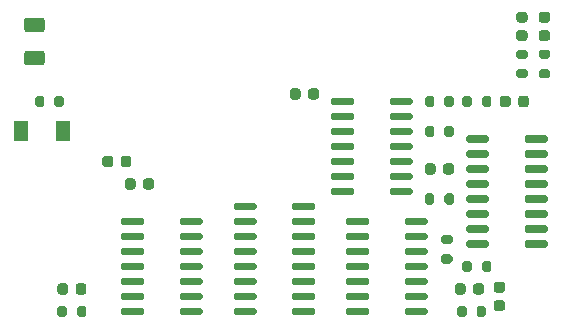
<source format=gtp>
G04 #@! TF.GenerationSoftware,KiCad,Pcbnew,(5.1.10-1-10_14)*
G04 #@! TF.CreationDate,2021-07-23T08:17:42-07:00*
G04 #@! TF.ProjectId,qiroll PAS digital logic,7169726f-6c6c-4205-9041-532064696769,rev?*
G04 #@! TF.SameCoordinates,Original*
G04 #@! TF.FileFunction,Paste,Top*
G04 #@! TF.FilePolarity,Positive*
%FSLAX46Y46*%
G04 Gerber Fmt 4.6, Leading zero omitted, Abs format (unit mm)*
G04 Created by KiCad (PCBNEW (5.1.10-1-10_14)) date 2021-07-23 08:17:42*
%MOMM*%
%LPD*%
G01*
G04 APERTURE LIST*
%ADD10R,1.300000X1.700000*%
G04 APERTURE END LIST*
G04 #@! TO.C,R11*
G36*
G01*
X153650000Y-125370000D02*
X153650000Y-124820000D01*
G75*
G02*
X153850000Y-124620000I200000J0D01*
G01*
X154250000Y-124620000D01*
G75*
G02*
X154450000Y-124820000I0J-200000D01*
G01*
X154450000Y-125370000D01*
G75*
G02*
X154250000Y-125570000I-200000J0D01*
G01*
X153850000Y-125570000D01*
G75*
G02*
X153650000Y-125370000I0J200000D01*
G01*
G37*
G36*
G01*
X152000000Y-125370000D02*
X152000000Y-124820000D01*
G75*
G02*
X152200000Y-124620000I200000J0D01*
G01*
X152600000Y-124620000D01*
G75*
G02*
X152800000Y-124820000I0J-200000D01*
G01*
X152800000Y-125370000D01*
G75*
G02*
X152600000Y-125570000I-200000J0D01*
G01*
X152200000Y-125570000D01*
G75*
G02*
X152000000Y-125370000I0J200000D01*
G01*
G37*
G04 #@! TD*
G04 #@! TO.C,R10*
G36*
G01*
X150070000Y-109580000D02*
X150070000Y-110130000D01*
G75*
G02*
X149870000Y-110330000I-200000J0D01*
G01*
X149470000Y-110330000D01*
G75*
G02*
X149270000Y-110130000I0J200000D01*
G01*
X149270000Y-109580000D01*
G75*
G02*
X149470000Y-109380000I200000J0D01*
G01*
X149870000Y-109380000D01*
G75*
G02*
X150070000Y-109580000I0J-200000D01*
G01*
G37*
G36*
G01*
X151720000Y-109580000D02*
X151720000Y-110130000D01*
G75*
G02*
X151520000Y-110330000I-200000J0D01*
G01*
X151120000Y-110330000D01*
G75*
G02*
X150920000Y-110130000I0J200000D01*
G01*
X150920000Y-109580000D01*
G75*
G02*
X151120000Y-109380000I200000J0D01*
G01*
X151520000Y-109380000D01*
G75*
G02*
X151720000Y-109580000I0J-200000D01*
G01*
G37*
G04 #@! TD*
G04 #@! TO.C,R9*
G36*
G01*
X154095000Y-107590000D02*
X154095000Y-107040000D01*
G75*
G02*
X154295000Y-106840000I200000J0D01*
G01*
X154695000Y-106840000D01*
G75*
G02*
X154895000Y-107040000I0J-200000D01*
G01*
X154895000Y-107590000D01*
G75*
G02*
X154695000Y-107790000I-200000J0D01*
G01*
X154295000Y-107790000D01*
G75*
G02*
X154095000Y-107590000I0J200000D01*
G01*
G37*
G36*
G01*
X152445000Y-107590000D02*
X152445000Y-107040000D01*
G75*
G02*
X152645000Y-106840000I200000J0D01*
G01*
X153045000Y-106840000D01*
G75*
G02*
X153245000Y-107040000I0J-200000D01*
G01*
X153245000Y-107590000D01*
G75*
G02*
X153045000Y-107790000I-200000J0D01*
G01*
X152645000Y-107790000D01*
G75*
G02*
X152445000Y-107590000I0J200000D01*
G01*
G37*
G04 #@! TD*
G04 #@! TO.C,R8*
G36*
G01*
X159660000Y-103715000D02*
X159110000Y-103715000D01*
G75*
G02*
X158910000Y-103515000I0J200000D01*
G01*
X158910000Y-103115000D01*
G75*
G02*
X159110000Y-102915000I200000J0D01*
G01*
X159660000Y-102915000D01*
G75*
G02*
X159860000Y-103115000I0J-200000D01*
G01*
X159860000Y-103515000D01*
G75*
G02*
X159660000Y-103715000I-200000J0D01*
G01*
G37*
G36*
G01*
X159660000Y-105365000D02*
X159110000Y-105365000D01*
G75*
G02*
X158910000Y-105165000I0J200000D01*
G01*
X158910000Y-104765000D01*
G75*
G02*
X159110000Y-104565000I200000J0D01*
G01*
X159660000Y-104565000D01*
G75*
G02*
X159860000Y-104765000I0J-200000D01*
G01*
X159860000Y-105165000D01*
G75*
G02*
X159660000Y-105365000I-200000J0D01*
G01*
G37*
G04 #@! TD*
G04 #@! TO.C,R6*
G36*
G01*
X154095000Y-121560000D02*
X154095000Y-121010000D01*
G75*
G02*
X154295000Y-120810000I200000J0D01*
G01*
X154695000Y-120810000D01*
G75*
G02*
X154895000Y-121010000I0J-200000D01*
G01*
X154895000Y-121560000D01*
G75*
G02*
X154695000Y-121760000I-200000J0D01*
G01*
X154295000Y-121760000D01*
G75*
G02*
X154095000Y-121560000I0J200000D01*
G01*
G37*
G36*
G01*
X152445000Y-121560000D02*
X152445000Y-121010000D01*
G75*
G02*
X152645000Y-120810000I200000J0D01*
G01*
X153045000Y-120810000D01*
G75*
G02*
X153245000Y-121010000I0J-200000D01*
G01*
X153245000Y-121560000D01*
G75*
G02*
X153045000Y-121760000I-200000J0D01*
G01*
X152645000Y-121760000D01*
G75*
G02*
X152445000Y-121560000I0J200000D01*
G01*
G37*
G04 #@! TD*
G04 #@! TO.C,R5*
G36*
G01*
X150070000Y-107040000D02*
X150070000Y-107590000D01*
G75*
G02*
X149870000Y-107790000I-200000J0D01*
G01*
X149470000Y-107790000D01*
G75*
G02*
X149270000Y-107590000I0J200000D01*
G01*
X149270000Y-107040000D01*
G75*
G02*
X149470000Y-106840000I200000J0D01*
G01*
X149870000Y-106840000D01*
G75*
G02*
X150070000Y-107040000I0J-200000D01*
G01*
G37*
G36*
G01*
X151720000Y-107040000D02*
X151720000Y-107590000D01*
G75*
G02*
X151520000Y-107790000I-200000J0D01*
G01*
X151120000Y-107790000D01*
G75*
G02*
X150920000Y-107590000I0J200000D01*
G01*
X150920000Y-107040000D01*
G75*
G02*
X151120000Y-106840000I200000J0D01*
G01*
X151520000Y-106840000D01*
G75*
G02*
X151720000Y-107040000I0J-200000D01*
G01*
G37*
G04 #@! TD*
G04 #@! TO.C,R4*
G36*
G01*
X150855000Y-120250000D02*
X151405000Y-120250000D01*
G75*
G02*
X151605000Y-120450000I0J-200000D01*
G01*
X151605000Y-120850000D01*
G75*
G02*
X151405000Y-121050000I-200000J0D01*
G01*
X150855000Y-121050000D01*
G75*
G02*
X150655000Y-120850000I0J200000D01*
G01*
X150655000Y-120450000D01*
G75*
G02*
X150855000Y-120250000I200000J0D01*
G01*
G37*
G36*
G01*
X150855000Y-118600000D02*
X151405000Y-118600000D01*
G75*
G02*
X151605000Y-118800000I0J-200000D01*
G01*
X151605000Y-119200000D01*
G75*
G02*
X151405000Y-119400000I-200000J0D01*
G01*
X150855000Y-119400000D01*
G75*
G02*
X150655000Y-119200000I0J200000D01*
G01*
X150655000Y-118800000D01*
G75*
G02*
X150855000Y-118600000I200000J0D01*
G01*
G37*
G04 #@! TD*
G04 #@! TO.C,R3*
G36*
G01*
X150070000Y-115295000D02*
X150070000Y-115845000D01*
G75*
G02*
X149870000Y-116045000I-200000J0D01*
G01*
X149470000Y-116045000D01*
G75*
G02*
X149270000Y-115845000I0J200000D01*
G01*
X149270000Y-115295000D01*
G75*
G02*
X149470000Y-115095000I200000J0D01*
G01*
X149870000Y-115095000D01*
G75*
G02*
X150070000Y-115295000I0J-200000D01*
G01*
G37*
G36*
G01*
X151720000Y-115295000D02*
X151720000Y-115845000D01*
G75*
G02*
X151520000Y-116045000I-200000J0D01*
G01*
X151120000Y-116045000D01*
G75*
G02*
X150920000Y-115845000I0J200000D01*
G01*
X150920000Y-115295000D01*
G75*
G02*
X151120000Y-115095000I200000J0D01*
G01*
X151520000Y-115095000D01*
G75*
G02*
X151720000Y-115295000I0J-200000D01*
G01*
G37*
G04 #@! TD*
G04 #@! TO.C,R2*
G36*
G01*
X157755000Y-103715000D02*
X157205000Y-103715000D01*
G75*
G02*
X157005000Y-103515000I0J200000D01*
G01*
X157005000Y-103115000D01*
G75*
G02*
X157205000Y-102915000I200000J0D01*
G01*
X157755000Y-102915000D01*
G75*
G02*
X157955000Y-103115000I0J-200000D01*
G01*
X157955000Y-103515000D01*
G75*
G02*
X157755000Y-103715000I-200000J0D01*
G01*
G37*
G36*
G01*
X157755000Y-105365000D02*
X157205000Y-105365000D01*
G75*
G02*
X157005000Y-105165000I0J200000D01*
G01*
X157005000Y-104765000D01*
G75*
G02*
X157205000Y-104565000I200000J0D01*
G01*
X157755000Y-104565000D01*
G75*
G02*
X157955000Y-104765000I0J-200000D01*
G01*
X157955000Y-105165000D01*
G75*
G02*
X157755000Y-105365000I-200000J0D01*
G01*
G37*
G04 #@! TD*
G04 #@! TO.C,R1*
G36*
G01*
X119805000Y-125370000D02*
X119805000Y-124820000D01*
G75*
G02*
X120005000Y-124620000I200000J0D01*
G01*
X120405000Y-124620000D01*
G75*
G02*
X120605000Y-124820000I0J-200000D01*
G01*
X120605000Y-125370000D01*
G75*
G02*
X120405000Y-125570000I-200000J0D01*
G01*
X120005000Y-125570000D01*
G75*
G02*
X119805000Y-125370000I0J200000D01*
G01*
G37*
G36*
G01*
X118155000Y-125370000D02*
X118155000Y-124820000D01*
G75*
G02*
X118355000Y-124620000I200000J0D01*
G01*
X118755000Y-124620000D01*
G75*
G02*
X118955000Y-124820000I0J-200000D01*
G01*
X118955000Y-125370000D01*
G75*
G02*
X118755000Y-125570000I-200000J0D01*
G01*
X118355000Y-125570000D01*
G75*
G02*
X118155000Y-125370000I0J200000D01*
G01*
G37*
G04 #@! TD*
G04 #@! TO.C,C9*
G36*
G01*
X157170000Y-107565000D02*
X157170000Y-107065000D01*
G75*
G02*
X157395000Y-106840000I225000J0D01*
G01*
X157845000Y-106840000D01*
G75*
G02*
X158070000Y-107065000I0J-225000D01*
G01*
X158070000Y-107565000D01*
G75*
G02*
X157845000Y-107790000I-225000J0D01*
G01*
X157395000Y-107790000D01*
G75*
G02*
X157170000Y-107565000I0J225000D01*
G01*
G37*
G36*
G01*
X155620000Y-107565000D02*
X155620000Y-107065000D01*
G75*
G02*
X155845000Y-106840000I225000J0D01*
G01*
X156295000Y-106840000D01*
G75*
G02*
X156520000Y-107065000I0J-225000D01*
G01*
X156520000Y-107565000D01*
G75*
G02*
X156295000Y-107790000I-225000J0D01*
G01*
X155845000Y-107790000D01*
G75*
G02*
X155620000Y-107565000I0J225000D01*
G01*
G37*
G04 #@! TD*
G04 #@! TO.C,C8*
G36*
G01*
X155325000Y-124150000D02*
X155825000Y-124150000D01*
G75*
G02*
X156050000Y-124375000I0J-225000D01*
G01*
X156050000Y-124825000D01*
G75*
G02*
X155825000Y-125050000I-225000J0D01*
G01*
X155325000Y-125050000D01*
G75*
G02*
X155100000Y-124825000I0J225000D01*
G01*
X155100000Y-124375000D01*
G75*
G02*
X155325000Y-124150000I225000J0D01*
G01*
G37*
G36*
G01*
X155325000Y-122600000D02*
X155825000Y-122600000D01*
G75*
G02*
X156050000Y-122825000I0J-225000D01*
G01*
X156050000Y-123275000D01*
G75*
G02*
X155825000Y-123500000I-225000J0D01*
G01*
X155325000Y-123500000D01*
G75*
G02*
X155100000Y-123275000I0J225000D01*
G01*
X155100000Y-122825000D01*
G75*
G02*
X155325000Y-122600000I225000J0D01*
G01*
G37*
G04 #@! TD*
G04 #@! TO.C,C6*
G36*
G01*
X159635000Y-100640000D02*
X159135000Y-100640000D01*
G75*
G02*
X158910000Y-100415000I0J225000D01*
G01*
X158910000Y-99965000D01*
G75*
G02*
X159135000Y-99740000I225000J0D01*
G01*
X159635000Y-99740000D01*
G75*
G02*
X159860000Y-99965000I0J-225000D01*
G01*
X159860000Y-100415000D01*
G75*
G02*
X159635000Y-100640000I-225000J0D01*
G01*
G37*
G36*
G01*
X159635000Y-102190000D02*
X159135000Y-102190000D01*
G75*
G02*
X158910000Y-101965000I0J225000D01*
G01*
X158910000Y-101515000D01*
G75*
G02*
X159135000Y-101290000I225000J0D01*
G01*
X159635000Y-101290000D01*
G75*
G02*
X159860000Y-101515000I0J-225000D01*
G01*
X159860000Y-101965000D01*
G75*
G02*
X159635000Y-102190000I-225000J0D01*
G01*
G37*
G04 #@! TD*
G04 #@! TO.C,C5*
G36*
G01*
X157730000Y-100640000D02*
X157230000Y-100640000D01*
G75*
G02*
X157005000Y-100415000I0J225000D01*
G01*
X157005000Y-99965000D01*
G75*
G02*
X157230000Y-99740000I225000J0D01*
G01*
X157730000Y-99740000D01*
G75*
G02*
X157955000Y-99965000I0J-225000D01*
G01*
X157955000Y-100415000D01*
G75*
G02*
X157730000Y-100640000I-225000J0D01*
G01*
G37*
G36*
G01*
X157730000Y-102190000D02*
X157230000Y-102190000D01*
G75*
G02*
X157005000Y-101965000I0J225000D01*
G01*
X157005000Y-101515000D01*
G75*
G02*
X157230000Y-101290000I225000J0D01*
G01*
X157730000Y-101290000D01*
G75*
G02*
X157955000Y-101515000I0J-225000D01*
G01*
X157955000Y-101965000D01*
G75*
G02*
X157730000Y-102190000I-225000J0D01*
G01*
G37*
G04 #@! TD*
G04 #@! TO.C,C4*
G36*
G01*
X152710000Y-122940000D02*
X152710000Y-123440000D01*
G75*
G02*
X152485000Y-123665000I-225000J0D01*
G01*
X152035000Y-123665000D01*
G75*
G02*
X151810000Y-123440000I0J225000D01*
G01*
X151810000Y-122940000D01*
G75*
G02*
X152035000Y-122715000I225000J0D01*
G01*
X152485000Y-122715000D01*
G75*
G02*
X152710000Y-122940000I0J-225000D01*
G01*
G37*
G36*
G01*
X154260000Y-122940000D02*
X154260000Y-123440000D01*
G75*
G02*
X154035000Y-123665000I-225000J0D01*
G01*
X153585000Y-123665000D01*
G75*
G02*
X153360000Y-123440000I0J225000D01*
G01*
X153360000Y-122940000D01*
G75*
G02*
X153585000Y-122715000I225000J0D01*
G01*
X154035000Y-122715000D01*
G75*
G02*
X154260000Y-122940000I0J-225000D01*
G01*
G37*
G04 #@! TD*
G04 #@! TO.C,C3*
G36*
G01*
X139390000Y-106930000D02*
X139390000Y-106430000D01*
G75*
G02*
X139615000Y-106205000I225000J0D01*
G01*
X140065000Y-106205000D01*
G75*
G02*
X140290000Y-106430000I0J-225000D01*
G01*
X140290000Y-106930000D01*
G75*
G02*
X140065000Y-107155000I-225000J0D01*
G01*
X139615000Y-107155000D01*
G75*
G02*
X139390000Y-106930000I0J225000D01*
G01*
G37*
G36*
G01*
X137840000Y-106930000D02*
X137840000Y-106430000D01*
G75*
G02*
X138065000Y-106205000I225000J0D01*
G01*
X138515000Y-106205000D01*
G75*
G02*
X138740000Y-106430000I0J-225000D01*
G01*
X138740000Y-106930000D01*
G75*
G02*
X138515000Y-107155000I-225000J0D01*
G01*
X138065000Y-107155000D01*
G75*
G02*
X137840000Y-106930000I0J225000D01*
G01*
G37*
G04 #@! TD*
G04 #@! TO.C,C2*
G36*
G01*
X150170000Y-112780000D02*
X150170000Y-113280000D01*
G75*
G02*
X149945000Y-113505000I-225000J0D01*
G01*
X149495000Y-113505000D01*
G75*
G02*
X149270000Y-113280000I0J225000D01*
G01*
X149270000Y-112780000D01*
G75*
G02*
X149495000Y-112555000I225000J0D01*
G01*
X149945000Y-112555000D01*
G75*
G02*
X150170000Y-112780000I0J-225000D01*
G01*
G37*
G36*
G01*
X151720000Y-112780000D02*
X151720000Y-113280000D01*
G75*
G02*
X151495000Y-113505000I-225000J0D01*
G01*
X151045000Y-113505000D01*
G75*
G02*
X150820000Y-113280000I0J225000D01*
G01*
X150820000Y-112780000D01*
G75*
G02*
X151045000Y-112555000I225000J0D01*
G01*
X151495000Y-112555000D01*
G75*
G02*
X151720000Y-112780000I0J-225000D01*
G01*
G37*
G04 #@! TD*
G04 #@! TO.C,C1*
G36*
G01*
X119055000Y-122940000D02*
X119055000Y-123440000D01*
G75*
G02*
X118830000Y-123665000I-225000J0D01*
G01*
X118380000Y-123665000D01*
G75*
G02*
X118155000Y-123440000I0J225000D01*
G01*
X118155000Y-122940000D01*
G75*
G02*
X118380000Y-122715000I225000J0D01*
G01*
X118830000Y-122715000D01*
G75*
G02*
X119055000Y-122940000I0J-225000D01*
G01*
G37*
G36*
G01*
X120605000Y-122940000D02*
X120605000Y-123440000D01*
G75*
G02*
X120380000Y-123665000I-225000J0D01*
G01*
X119930000Y-123665000D01*
G75*
G02*
X119705000Y-123440000I0J225000D01*
G01*
X119705000Y-122940000D01*
G75*
G02*
X119930000Y-122715000I225000J0D01*
G01*
X120380000Y-122715000D01*
G75*
G02*
X120605000Y-122940000I0J-225000D01*
G01*
G37*
G04 #@! TD*
D10*
G04 #@! TO.C,D1*
X118590000Y-109855000D03*
X115090000Y-109855000D03*
G04 #@! TD*
G04 #@! TO.C,F1*
G36*
G01*
X116830000Y-101460000D02*
X115580000Y-101460000D01*
G75*
G02*
X115330000Y-101210000I0J250000D01*
G01*
X115330000Y-100460000D01*
G75*
G02*
X115580000Y-100210000I250000J0D01*
G01*
X116830000Y-100210000D01*
G75*
G02*
X117080000Y-100460000I0J-250000D01*
G01*
X117080000Y-101210000D01*
G75*
G02*
X116830000Y-101460000I-250000J0D01*
G01*
G37*
G36*
G01*
X116830000Y-104260000D02*
X115580000Y-104260000D01*
G75*
G02*
X115330000Y-104010000I0J250000D01*
G01*
X115330000Y-103260000D01*
G75*
G02*
X115580000Y-103010000I250000J0D01*
G01*
X116830000Y-103010000D01*
G75*
G02*
X117080000Y-103260000I0J-250000D01*
G01*
X117080000Y-104010000D01*
G75*
G02*
X116830000Y-104260000I-250000J0D01*
G01*
G37*
G04 #@! TD*
G04 #@! TO.C,R7*
G36*
G01*
X117050000Y-107040000D02*
X117050000Y-107590000D01*
G75*
G02*
X116850000Y-107790000I-200000J0D01*
G01*
X116450000Y-107790000D01*
G75*
G02*
X116250000Y-107590000I0J200000D01*
G01*
X116250000Y-107040000D01*
G75*
G02*
X116450000Y-106840000I200000J0D01*
G01*
X116850000Y-106840000D01*
G75*
G02*
X117050000Y-107040000I0J-200000D01*
G01*
G37*
G36*
G01*
X118700000Y-107040000D02*
X118700000Y-107590000D01*
G75*
G02*
X118500000Y-107790000I-200000J0D01*
G01*
X118100000Y-107790000D01*
G75*
G02*
X117900000Y-107590000I0J200000D01*
G01*
X117900000Y-107040000D01*
G75*
G02*
X118100000Y-106840000I200000J0D01*
G01*
X118500000Y-106840000D01*
G75*
G02*
X118700000Y-107040000I0J-200000D01*
G01*
G37*
G04 #@! TD*
G04 #@! TO.C,C13*
G36*
G01*
X124770000Y-114050000D02*
X124770000Y-114550000D01*
G75*
G02*
X124545000Y-114775000I-225000J0D01*
G01*
X124095000Y-114775000D01*
G75*
G02*
X123870000Y-114550000I0J225000D01*
G01*
X123870000Y-114050000D01*
G75*
G02*
X124095000Y-113825000I225000J0D01*
G01*
X124545000Y-113825000D01*
G75*
G02*
X124770000Y-114050000I0J-225000D01*
G01*
G37*
G36*
G01*
X126320000Y-114050000D02*
X126320000Y-114550000D01*
G75*
G02*
X126095000Y-114775000I-225000J0D01*
G01*
X125645000Y-114775000D01*
G75*
G02*
X125420000Y-114550000I0J225000D01*
G01*
X125420000Y-114050000D01*
G75*
G02*
X125645000Y-113825000I225000J0D01*
G01*
X126095000Y-113825000D01*
G75*
G02*
X126320000Y-114050000I0J-225000D01*
G01*
G37*
G04 #@! TD*
G04 #@! TO.C,C11*
G36*
G01*
X123515000Y-112645000D02*
X123515000Y-112145000D01*
G75*
G02*
X123740000Y-111920000I225000J0D01*
G01*
X124190000Y-111920000D01*
G75*
G02*
X124415000Y-112145000I0J-225000D01*
G01*
X124415000Y-112645000D01*
G75*
G02*
X124190000Y-112870000I-225000J0D01*
G01*
X123740000Y-112870000D01*
G75*
G02*
X123515000Y-112645000I0J225000D01*
G01*
G37*
G36*
G01*
X121965000Y-112645000D02*
X121965000Y-112145000D01*
G75*
G02*
X122190000Y-111920000I225000J0D01*
G01*
X122640000Y-111920000D01*
G75*
G02*
X122865000Y-112145000I0J-225000D01*
G01*
X122865000Y-112645000D01*
G75*
G02*
X122640000Y-112870000I-225000J0D01*
G01*
X122190000Y-112870000D01*
G75*
G02*
X121965000Y-112645000I0J225000D01*
G01*
G37*
G04 #@! TD*
G04 #@! TO.C,U6*
G36*
G01*
X157710000Y-110640000D02*
X157710000Y-110340000D01*
G75*
G02*
X157860000Y-110190000I150000J0D01*
G01*
X159510000Y-110190000D01*
G75*
G02*
X159660000Y-110340000I0J-150000D01*
G01*
X159660000Y-110640000D01*
G75*
G02*
X159510000Y-110790000I-150000J0D01*
G01*
X157860000Y-110790000D01*
G75*
G02*
X157710000Y-110640000I0J150000D01*
G01*
G37*
G36*
G01*
X157710000Y-111910000D02*
X157710000Y-111610000D01*
G75*
G02*
X157860000Y-111460000I150000J0D01*
G01*
X159510000Y-111460000D01*
G75*
G02*
X159660000Y-111610000I0J-150000D01*
G01*
X159660000Y-111910000D01*
G75*
G02*
X159510000Y-112060000I-150000J0D01*
G01*
X157860000Y-112060000D01*
G75*
G02*
X157710000Y-111910000I0J150000D01*
G01*
G37*
G36*
G01*
X157710000Y-113180000D02*
X157710000Y-112880000D01*
G75*
G02*
X157860000Y-112730000I150000J0D01*
G01*
X159510000Y-112730000D01*
G75*
G02*
X159660000Y-112880000I0J-150000D01*
G01*
X159660000Y-113180000D01*
G75*
G02*
X159510000Y-113330000I-150000J0D01*
G01*
X157860000Y-113330000D01*
G75*
G02*
X157710000Y-113180000I0J150000D01*
G01*
G37*
G36*
G01*
X157710000Y-114450000D02*
X157710000Y-114150000D01*
G75*
G02*
X157860000Y-114000000I150000J0D01*
G01*
X159510000Y-114000000D01*
G75*
G02*
X159660000Y-114150000I0J-150000D01*
G01*
X159660000Y-114450000D01*
G75*
G02*
X159510000Y-114600000I-150000J0D01*
G01*
X157860000Y-114600000D01*
G75*
G02*
X157710000Y-114450000I0J150000D01*
G01*
G37*
G36*
G01*
X157710000Y-115720000D02*
X157710000Y-115420000D01*
G75*
G02*
X157860000Y-115270000I150000J0D01*
G01*
X159510000Y-115270000D01*
G75*
G02*
X159660000Y-115420000I0J-150000D01*
G01*
X159660000Y-115720000D01*
G75*
G02*
X159510000Y-115870000I-150000J0D01*
G01*
X157860000Y-115870000D01*
G75*
G02*
X157710000Y-115720000I0J150000D01*
G01*
G37*
G36*
G01*
X157710000Y-116990000D02*
X157710000Y-116690000D01*
G75*
G02*
X157860000Y-116540000I150000J0D01*
G01*
X159510000Y-116540000D01*
G75*
G02*
X159660000Y-116690000I0J-150000D01*
G01*
X159660000Y-116990000D01*
G75*
G02*
X159510000Y-117140000I-150000J0D01*
G01*
X157860000Y-117140000D01*
G75*
G02*
X157710000Y-116990000I0J150000D01*
G01*
G37*
G36*
G01*
X157710000Y-118260000D02*
X157710000Y-117960000D01*
G75*
G02*
X157860000Y-117810000I150000J0D01*
G01*
X159510000Y-117810000D01*
G75*
G02*
X159660000Y-117960000I0J-150000D01*
G01*
X159660000Y-118260000D01*
G75*
G02*
X159510000Y-118410000I-150000J0D01*
G01*
X157860000Y-118410000D01*
G75*
G02*
X157710000Y-118260000I0J150000D01*
G01*
G37*
G36*
G01*
X157710000Y-119530000D02*
X157710000Y-119230000D01*
G75*
G02*
X157860000Y-119080000I150000J0D01*
G01*
X159510000Y-119080000D01*
G75*
G02*
X159660000Y-119230000I0J-150000D01*
G01*
X159660000Y-119530000D01*
G75*
G02*
X159510000Y-119680000I-150000J0D01*
G01*
X157860000Y-119680000D01*
G75*
G02*
X157710000Y-119530000I0J150000D01*
G01*
G37*
G36*
G01*
X152760000Y-119530000D02*
X152760000Y-119230000D01*
G75*
G02*
X152910000Y-119080000I150000J0D01*
G01*
X154560000Y-119080000D01*
G75*
G02*
X154710000Y-119230000I0J-150000D01*
G01*
X154710000Y-119530000D01*
G75*
G02*
X154560000Y-119680000I-150000J0D01*
G01*
X152910000Y-119680000D01*
G75*
G02*
X152760000Y-119530000I0J150000D01*
G01*
G37*
G36*
G01*
X152760000Y-118260000D02*
X152760000Y-117960000D01*
G75*
G02*
X152910000Y-117810000I150000J0D01*
G01*
X154560000Y-117810000D01*
G75*
G02*
X154710000Y-117960000I0J-150000D01*
G01*
X154710000Y-118260000D01*
G75*
G02*
X154560000Y-118410000I-150000J0D01*
G01*
X152910000Y-118410000D01*
G75*
G02*
X152760000Y-118260000I0J150000D01*
G01*
G37*
G36*
G01*
X152760000Y-116990000D02*
X152760000Y-116690000D01*
G75*
G02*
X152910000Y-116540000I150000J0D01*
G01*
X154560000Y-116540000D01*
G75*
G02*
X154710000Y-116690000I0J-150000D01*
G01*
X154710000Y-116990000D01*
G75*
G02*
X154560000Y-117140000I-150000J0D01*
G01*
X152910000Y-117140000D01*
G75*
G02*
X152760000Y-116990000I0J150000D01*
G01*
G37*
G36*
G01*
X152760000Y-115720000D02*
X152760000Y-115420000D01*
G75*
G02*
X152910000Y-115270000I150000J0D01*
G01*
X154560000Y-115270000D01*
G75*
G02*
X154710000Y-115420000I0J-150000D01*
G01*
X154710000Y-115720000D01*
G75*
G02*
X154560000Y-115870000I-150000J0D01*
G01*
X152910000Y-115870000D01*
G75*
G02*
X152760000Y-115720000I0J150000D01*
G01*
G37*
G36*
G01*
X152760000Y-114450000D02*
X152760000Y-114150000D01*
G75*
G02*
X152910000Y-114000000I150000J0D01*
G01*
X154560000Y-114000000D01*
G75*
G02*
X154710000Y-114150000I0J-150000D01*
G01*
X154710000Y-114450000D01*
G75*
G02*
X154560000Y-114600000I-150000J0D01*
G01*
X152910000Y-114600000D01*
G75*
G02*
X152760000Y-114450000I0J150000D01*
G01*
G37*
G36*
G01*
X152760000Y-113180000D02*
X152760000Y-112880000D01*
G75*
G02*
X152910000Y-112730000I150000J0D01*
G01*
X154560000Y-112730000D01*
G75*
G02*
X154710000Y-112880000I0J-150000D01*
G01*
X154710000Y-113180000D01*
G75*
G02*
X154560000Y-113330000I-150000J0D01*
G01*
X152910000Y-113330000D01*
G75*
G02*
X152760000Y-113180000I0J150000D01*
G01*
G37*
G36*
G01*
X152760000Y-111910000D02*
X152760000Y-111610000D01*
G75*
G02*
X152910000Y-111460000I150000J0D01*
G01*
X154560000Y-111460000D01*
G75*
G02*
X154710000Y-111610000I0J-150000D01*
G01*
X154710000Y-111910000D01*
G75*
G02*
X154560000Y-112060000I-150000J0D01*
G01*
X152910000Y-112060000D01*
G75*
G02*
X152760000Y-111910000I0J150000D01*
G01*
G37*
G36*
G01*
X152760000Y-110640000D02*
X152760000Y-110340000D01*
G75*
G02*
X152910000Y-110190000I150000J0D01*
G01*
X154560000Y-110190000D01*
G75*
G02*
X154710000Y-110340000I0J-150000D01*
G01*
X154710000Y-110640000D01*
G75*
G02*
X154560000Y-110790000I-150000J0D01*
G01*
X152910000Y-110790000D01*
G75*
G02*
X152760000Y-110640000I0J150000D01*
G01*
G37*
G04 #@! TD*
G04 #@! TO.C,U3*
G36*
G01*
X146280000Y-107465000D02*
X146280000Y-107165000D01*
G75*
G02*
X146430000Y-107015000I150000J0D01*
G01*
X148080000Y-107015000D01*
G75*
G02*
X148230000Y-107165000I0J-150000D01*
G01*
X148230000Y-107465000D01*
G75*
G02*
X148080000Y-107615000I-150000J0D01*
G01*
X146430000Y-107615000D01*
G75*
G02*
X146280000Y-107465000I0J150000D01*
G01*
G37*
G36*
G01*
X146280000Y-108735000D02*
X146280000Y-108435000D01*
G75*
G02*
X146430000Y-108285000I150000J0D01*
G01*
X148080000Y-108285000D01*
G75*
G02*
X148230000Y-108435000I0J-150000D01*
G01*
X148230000Y-108735000D01*
G75*
G02*
X148080000Y-108885000I-150000J0D01*
G01*
X146430000Y-108885000D01*
G75*
G02*
X146280000Y-108735000I0J150000D01*
G01*
G37*
G36*
G01*
X146280000Y-110005000D02*
X146280000Y-109705000D01*
G75*
G02*
X146430000Y-109555000I150000J0D01*
G01*
X148080000Y-109555000D01*
G75*
G02*
X148230000Y-109705000I0J-150000D01*
G01*
X148230000Y-110005000D01*
G75*
G02*
X148080000Y-110155000I-150000J0D01*
G01*
X146430000Y-110155000D01*
G75*
G02*
X146280000Y-110005000I0J150000D01*
G01*
G37*
G36*
G01*
X146280000Y-111275000D02*
X146280000Y-110975000D01*
G75*
G02*
X146430000Y-110825000I150000J0D01*
G01*
X148080000Y-110825000D01*
G75*
G02*
X148230000Y-110975000I0J-150000D01*
G01*
X148230000Y-111275000D01*
G75*
G02*
X148080000Y-111425000I-150000J0D01*
G01*
X146430000Y-111425000D01*
G75*
G02*
X146280000Y-111275000I0J150000D01*
G01*
G37*
G36*
G01*
X146280000Y-112545000D02*
X146280000Y-112245000D01*
G75*
G02*
X146430000Y-112095000I150000J0D01*
G01*
X148080000Y-112095000D01*
G75*
G02*
X148230000Y-112245000I0J-150000D01*
G01*
X148230000Y-112545000D01*
G75*
G02*
X148080000Y-112695000I-150000J0D01*
G01*
X146430000Y-112695000D01*
G75*
G02*
X146280000Y-112545000I0J150000D01*
G01*
G37*
G36*
G01*
X146280000Y-113815000D02*
X146280000Y-113515000D01*
G75*
G02*
X146430000Y-113365000I150000J0D01*
G01*
X148080000Y-113365000D01*
G75*
G02*
X148230000Y-113515000I0J-150000D01*
G01*
X148230000Y-113815000D01*
G75*
G02*
X148080000Y-113965000I-150000J0D01*
G01*
X146430000Y-113965000D01*
G75*
G02*
X146280000Y-113815000I0J150000D01*
G01*
G37*
G36*
G01*
X146280000Y-115085000D02*
X146280000Y-114785000D01*
G75*
G02*
X146430000Y-114635000I150000J0D01*
G01*
X148080000Y-114635000D01*
G75*
G02*
X148230000Y-114785000I0J-150000D01*
G01*
X148230000Y-115085000D01*
G75*
G02*
X148080000Y-115235000I-150000J0D01*
G01*
X146430000Y-115235000D01*
G75*
G02*
X146280000Y-115085000I0J150000D01*
G01*
G37*
G36*
G01*
X141330000Y-115085000D02*
X141330000Y-114785000D01*
G75*
G02*
X141480000Y-114635000I150000J0D01*
G01*
X143130000Y-114635000D01*
G75*
G02*
X143280000Y-114785000I0J-150000D01*
G01*
X143280000Y-115085000D01*
G75*
G02*
X143130000Y-115235000I-150000J0D01*
G01*
X141480000Y-115235000D01*
G75*
G02*
X141330000Y-115085000I0J150000D01*
G01*
G37*
G36*
G01*
X141330000Y-113815000D02*
X141330000Y-113515000D01*
G75*
G02*
X141480000Y-113365000I150000J0D01*
G01*
X143130000Y-113365000D01*
G75*
G02*
X143280000Y-113515000I0J-150000D01*
G01*
X143280000Y-113815000D01*
G75*
G02*
X143130000Y-113965000I-150000J0D01*
G01*
X141480000Y-113965000D01*
G75*
G02*
X141330000Y-113815000I0J150000D01*
G01*
G37*
G36*
G01*
X141330000Y-112545000D02*
X141330000Y-112245000D01*
G75*
G02*
X141480000Y-112095000I150000J0D01*
G01*
X143130000Y-112095000D01*
G75*
G02*
X143280000Y-112245000I0J-150000D01*
G01*
X143280000Y-112545000D01*
G75*
G02*
X143130000Y-112695000I-150000J0D01*
G01*
X141480000Y-112695000D01*
G75*
G02*
X141330000Y-112545000I0J150000D01*
G01*
G37*
G36*
G01*
X141330000Y-111275000D02*
X141330000Y-110975000D01*
G75*
G02*
X141480000Y-110825000I150000J0D01*
G01*
X143130000Y-110825000D01*
G75*
G02*
X143280000Y-110975000I0J-150000D01*
G01*
X143280000Y-111275000D01*
G75*
G02*
X143130000Y-111425000I-150000J0D01*
G01*
X141480000Y-111425000D01*
G75*
G02*
X141330000Y-111275000I0J150000D01*
G01*
G37*
G36*
G01*
X141330000Y-110005000D02*
X141330000Y-109705000D01*
G75*
G02*
X141480000Y-109555000I150000J0D01*
G01*
X143130000Y-109555000D01*
G75*
G02*
X143280000Y-109705000I0J-150000D01*
G01*
X143280000Y-110005000D01*
G75*
G02*
X143130000Y-110155000I-150000J0D01*
G01*
X141480000Y-110155000D01*
G75*
G02*
X141330000Y-110005000I0J150000D01*
G01*
G37*
G36*
G01*
X141330000Y-108735000D02*
X141330000Y-108435000D01*
G75*
G02*
X141480000Y-108285000I150000J0D01*
G01*
X143130000Y-108285000D01*
G75*
G02*
X143280000Y-108435000I0J-150000D01*
G01*
X143280000Y-108735000D01*
G75*
G02*
X143130000Y-108885000I-150000J0D01*
G01*
X141480000Y-108885000D01*
G75*
G02*
X141330000Y-108735000I0J150000D01*
G01*
G37*
G36*
G01*
X141330000Y-107465000D02*
X141330000Y-107165000D01*
G75*
G02*
X141480000Y-107015000I150000J0D01*
G01*
X143130000Y-107015000D01*
G75*
G02*
X143280000Y-107165000I0J-150000D01*
G01*
X143280000Y-107465000D01*
G75*
G02*
X143130000Y-107615000I-150000J0D01*
G01*
X141480000Y-107615000D01*
G75*
G02*
X141330000Y-107465000I0J150000D01*
G01*
G37*
G04 #@! TD*
G04 #@! TO.C,U2*
G36*
G01*
X138025000Y-116355000D02*
X138025000Y-116055000D01*
G75*
G02*
X138175000Y-115905000I150000J0D01*
G01*
X139825000Y-115905000D01*
G75*
G02*
X139975000Y-116055000I0J-150000D01*
G01*
X139975000Y-116355000D01*
G75*
G02*
X139825000Y-116505000I-150000J0D01*
G01*
X138175000Y-116505000D01*
G75*
G02*
X138025000Y-116355000I0J150000D01*
G01*
G37*
G36*
G01*
X138025000Y-117625000D02*
X138025000Y-117325000D01*
G75*
G02*
X138175000Y-117175000I150000J0D01*
G01*
X139825000Y-117175000D01*
G75*
G02*
X139975000Y-117325000I0J-150000D01*
G01*
X139975000Y-117625000D01*
G75*
G02*
X139825000Y-117775000I-150000J0D01*
G01*
X138175000Y-117775000D01*
G75*
G02*
X138025000Y-117625000I0J150000D01*
G01*
G37*
G36*
G01*
X138025000Y-118895000D02*
X138025000Y-118595000D01*
G75*
G02*
X138175000Y-118445000I150000J0D01*
G01*
X139825000Y-118445000D01*
G75*
G02*
X139975000Y-118595000I0J-150000D01*
G01*
X139975000Y-118895000D01*
G75*
G02*
X139825000Y-119045000I-150000J0D01*
G01*
X138175000Y-119045000D01*
G75*
G02*
X138025000Y-118895000I0J150000D01*
G01*
G37*
G36*
G01*
X138025000Y-120165000D02*
X138025000Y-119865000D01*
G75*
G02*
X138175000Y-119715000I150000J0D01*
G01*
X139825000Y-119715000D01*
G75*
G02*
X139975000Y-119865000I0J-150000D01*
G01*
X139975000Y-120165000D01*
G75*
G02*
X139825000Y-120315000I-150000J0D01*
G01*
X138175000Y-120315000D01*
G75*
G02*
X138025000Y-120165000I0J150000D01*
G01*
G37*
G36*
G01*
X138025000Y-121435000D02*
X138025000Y-121135000D01*
G75*
G02*
X138175000Y-120985000I150000J0D01*
G01*
X139825000Y-120985000D01*
G75*
G02*
X139975000Y-121135000I0J-150000D01*
G01*
X139975000Y-121435000D01*
G75*
G02*
X139825000Y-121585000I-150000J0D01*
G01*
X138175000Y-121585000D01*
G75*
G02*
X138025000Y-121435000I0J150000D01*
G01*
G37*
G36*
G01*
X138025000Y-122705000D02*
X138025000Y-122405000D01*
G75*
G02*
X138175000Y-122255000I150000J0D01*
G01*
X139825000Y-122255000D01*
G75*
G02*
X139975000Y-122405000I0J-150000D01*
G01*
X139975000Y-122705000D01*
G75*
G02*
X139825000Y-122855000I-150000J0D01*
G01*
X138175000Y-122855000D01*
G75*
G02*
X138025000Y-122705000I0J150000D01*
G01*
G37*
G36*
G01*
X138025000Y-123975000D02*
X138025000Y-123675000D01*
G75*
G02*
X138175000Y-123525000I150000J0D01*
G01*
X139825000Y-123525000D01*
G75*
G02*
X139975000Y-123675000I0J-150000D01*
G01*
X139975000Y-123975000D01*
G75*
G02*
X139825000Y-124125000I-150000J0D01*
G01*
X138175000Y-124125000D01*
G75*
G02*
X138025000Y-123975000I0J150000D01*
G01*
G37*
G36*
G01*
X138025000Y-125245000D02*
X138025000Y-124945000D01*
G75*
G02*
X138175000Y-124795000I150000J0D01*
G01*
X139825000Y-124795000D01*
G75*
G02*
X139975000Y-124945000I0J-150000D01*
G01*
X139975000Y-125245000D01*
G75*
G02*
X139825000Y-125395000I-150000J0D01*
G01*
X138175000Y-125395000D01*
G75*
G02*
X138025000Y-125245000I0J150000D01*
G01*
G37*
G36*
G01*
X133075000Y-125245000D02*
X133075000Y-124945000D01*
G75*
G02*
X133225000Y-124795000I150000J0D01*
G01*
X134875000Y-124795000D01*
G75*
G02*
X135025000Y-124945000I0J-150000D01*
G01*
X135025000Y-125245000D01*
G75*
G02*
X134875000Y-125395000I-150000J0D01*
G01*
X133225000Y-125395000D01*
G75*
G02*
X133075000Y-125245000I0J150000D01*
G01*
G37*
G36*
G01*
X133075000Y-123975000D02*
X133075000Y-123675000D01*
G75*
G02*
X133225000Y-123525000I150000J0D01*
G01*
X134875000Y-123525000D01*
G75*
G02*
X135025000Y-123675000I0J-150000D01*
G01*
X135025000Y-123975000D01*
G75*
G02*
X134875000Y-124125000I-150000J0D01*
G01*
X133225000Y-124125000D01*
G75*
G02*
X133075000Y-123975000I0J150000D01*
G01*
G37*
G36*
G01*
X133075000Y-122705000D02*
X133075000Y-122405000D01*
G75*
G02*
X133225000Y-122255000I150000J0D01*
G01*
X134875000Y-122255000D01*
G75*
G02*
X135025000Y-122405000I0J-150000D01*
G01*
X135025000Y-122705000D01*
G75*
G02*
X134875000Y-122855000I-150000J0D01*
G01*
X133225000Y-122855000D01*
G75*
G02*
X133075000Y-122705000I0J150000D01*
G01*
G37*
G36*
G01*
X133075000Y-121435000D02*
X133075000Y-121135000D01*
G75*
G02*
X133225000Y-120985000I150000J0D01*
G01*
X134875000Y-120985000D01*
G75*
G02*
X135025000Y-121135000I0J-150000D01*
G01*
X135025000Y-121435000D01*
G75*
G02*
X134875000Y-121585000I-150000J0D01*
G01*
X133225000Y-121585000D01*
G75*
G02*
X133075000Y-121435000I0J150000D01*
G01*
G37*
G36*
G01*
X133075000Y-120165000D02*
X133075000Y-119865000D01*
G75*
G02*
X133225000Y-119715000I150000J0D01*
G01*
X134875000Y-119715000D01*
G75*
G02*
X135025000Y-119865000I0J-150000D01*
G01*
X135025000Y-120165000D01*
G75*
G02*
X134875000Y-120315000I-150000J0D01*
G01*
X133225000Y-120315000D01*
G75*
G02*
X133075000Y-120165000I0J150000D01*
G01*
G37*
G36*
G01*
X133075000Y-118895000D02*
X133075000Y-118595000D01*
G75*
G02*
X133225000Y-118445000I150000J0D01*
G01*
X134875000Y-118445000D01*
G75*
G02*
X135025000Y-118595000I0J-150000D01*
G01*
X135025000Y-118895000D01*
G75*
G02*
X134875000Y-119045000I-150000J0D01*
G01*
X133225000Y-119045000D01*
G75*
G02*
X133075000Y-118895000I0J150000D01*
G01*
G37*
G36*
G01*
X133075000Y-117625000D02*
X133075000Y-117325000D01*
G75*
G02*
X133225000Y-117175000I150000J0D01*
G01*
X134875000Y-117175000D01*
G75*
G02*
X135025000Y-117325000I0J-150000D01*
G01*
X135025000Y-117625000D01*
G75*
G02*
X134875000Y-117775000I-150000J0D01*
G01*
X133225000Y-117775000D01*
G75*
G02*
X133075000Y-117625000I0J150000D01*
G01*
G37*
G36*
G01*
X133075000Y-116355000D02*
X133075000Y-116055000D01*
G75*
G02*
X133225000Y-115905000I150000J0D01*
G01*
X134875000Y-115905000D01*
G75*
G02*
X135025000Y-116055000I0J-150000D01*
G01*
X135025000Y-116355000D01*
G75*
G02*
X134875000Y-116505000I-150000J0D01*
G01*
X133225000Y-116505000D01*
G75*
G02*
X133075000Y-116355000I0J150000D01*
G01*
G37*
G04 #@! TD*
G04 #@! TO.C,U1*
G36*
G01*
X128500000Y-117625000D02*
X128500000Y-117325000D01*
G75*
G02*
X128650000Y-117175000I150000J0D01*
G01*
X130300000Y-117175000D01*
G75*
G02*
X130450000Y-117325000I0J-150000D01*
G01*
X130450000Y-117625000D01*
G75*
G02*
X130300000Y-117775000I-150000J0D01*
G01*
X128650000Y-117775000D01*
G75*
G02*
X128500000Y-117625000I0J150000D01*
G01*
G37*
G36*
G01*
X128500000Y-118895000D02*
X128500000Y-118595000D01*
G75*
G02*
X128650000Y-118445000I150000J0D01*
G01*
X130300000Y-118445000D01*
G75*
G02*
X130450000Y-118595000I0J-150000D01*
G01*
X130450000Y-118895000D01*
G75*
G02*
X130300000Y-119045000I-150000J0D01*
G01*
X128650000Y-119045000D01*
G75*
G02*
X128500000Y-118895000I0J150000D01*
G01*
G37*
G36*
G01*
X128500000Y-120165000D02*
X128500000Y-119865000D01*
G75*
G02*
X128650000Y-119715000I150000J0D01*
G01*
X130300000Y-119715000D01*
G75*
G02*
X130450000Y-119865000I0J-150000D01*
G01*
X130450000Y-120165000D01*
G75*
G02*
X130300000Y-120315000I-150000J0D01*
G01*
X128650000Y-120315000D01*
G75*
G02*
X128500000Y-120165000I0J150000D01*
G01*
G37*
G36*
G01*
X128500000Y-121435000D02*
X128500000Y-121135000D01*
G75*
G02*
X128650000Y-120985000I150000J0D01*
G01*
X130300000Y-120985000D01*
G75*
G02*
X130450000Y-121135000I0J-150000D01*
G01*
X130450000Y-121435000D01*
G75*
G02*
X130300000Y-121585000I-150000J0D01*
G01*
X128650000Y-121585000D01*
G75*
G02*
X128500000Y-121435000I0J150000D01*
G01*
G37*
G36*
G01*
X128500000Y-122705000D02*
X128500000Y-122405000D01*
G75*
G02*
X128650000Y-122255000I150000J0D01*
G01*
X130300000Y-122255000D01*
G75*
G02*
X130450000Y-122405000I0J-150000D01*
G01*
X130450000Y-122705000D01*
G75*
G02*
X130300000Y-122855000I-150000J0D01*
G01*
X128650000Y-122855000D01*
G75*
G02*
X128500000Y-122705000I0J150000D01*
G01*
G37*
G36*
G01*
X128500000Y-123975000D02*
X128500000Y-123675000D01*
G75*
G02*
X128650000Y-123525000I150000J0D01*
G01*
X130300000Y-123525000D01*
G75*
G02*
X130450000Y-123675000I0J-150000D01*
G01*
X130450000Y-123975000D01*
G75*
G02*
X130300000Y-124125000I-150000J0D01*
G01*
X128650000Y-124125000D01*
G75*
G02*
X128500000Y-123975000I0J150000D01*
G01*
G37*
G36*
G01*
X128500000Y-125245000D02*
X128500000Y-124945000D01*
G75*
G02*
X128650000Y-124795000I150000J0D01*
G01*
X130300000Y-124795000D01*
G75*
G02*
X130450000Y-124945000I0J-150000D01*
G01*
X130450000Y-125245000D01*
G75*
G02*
X130300000Y-125395000I-150000J0D01*
G01*
X128650000Y-125395000D01*
G75*
G02*
X128500000Y-125245000I0J150000D01*
G01*
G37*
G36*
G01*
X123550000Y-125245000D02*
X123550000Y-124945000D01*
G75*
G02*
X123700000Y-124795000I150000J0D01*
G01*
X125350000Y-124795000D01*
G75*
G02*
X125500000Y-124945000I0J-150000D01*
G01*
X125500000Y-125245000D01*
G75*
G02*
X125350000Y-125395000I-150000J0D01*
G01*
X123700000Y-125395000D01*
G75*
G02*
X123550000Y-125245000I0J150000D01*
G01*
G37*
G36*
G01*
X123550000Y-123975000D02*
X123550000Y-123675000D01*
G75*
G02*
X123700000Y-123525000I150000J0D01*
G01*
X125350000Y-123525000D01*
G75*
G02*
X125500000Y-123675000I0J-150000D01*
G01*
X125500000Y-123975000D01*
G75*
G02*
X125350000Y-124125000I-150000J0D01*
G01*
X123700000Y-124125000D01*
G75*
G02*
X123550000Y-123975000I0J150000D01*
G01*
G37*
G36*
G01*
X123550000Y-122705000D02*
X123550000Y-122405000D01*
G75*
G02*
X123700000Y-122255000I150000J0D01*
G01*
X125350000Y-122255000D01*
G75*
G02*
X125500000Y-122405000I0J-150000D01*
G01*
X125500000Y-122705000D01*
G75*
G02*
X125350000Y-122855000I-150000J0D01*
G01*
X123700000Y-122855000D01*
G75*
G02*
X123550000Y-122705000I0J150000D01*
G01*
G37*
G36*
G01*
X123550000Y-121435000D02*
X123550000Y-121135000D01*
G75*
G02*
X123700000Y-120985000I150000J0D01*
G01*
X125350000Y-120985000D01*
G75*
G02*
X125500000Y-121135000I0J-150000D01*
G01*
X125500000Y-121435000D01*
G75*
G02*
X125350000Y-121585000I-150000J0D01*
G01*
X123700000Y-121585000D01*
G75*
G02*
X123550000Y-121435000I0J150000D01*
G01*
G37*
G36*
G01*
X123550000Y-120165000D02*
X123550000Y-119865000D01*
G75*
G02*
X123700000Y-119715000I150000J0D01*
G01*
X125350000Y-119715000D01*
G75*
G02*
X125500000Y-119865000I0J-150000D01*
G01*
X125500000Y-120165000D01*
G75*
G02*
X125350000Y-120315000I-150000J0D01*
G01*
X123700000Y-120315000D01*
G75*
G02*
X123550000Y-120165000I0J150000D01*
G01*
G37*
G36*
G01*
X123550000Y-118895000D02*
X123550000Y-118595000D01*
G75*
G02*
X123700000Y-118445000I150000J0D01*
G01*
X125350000Y-118445000D01*
G75*
G02*
X125500000Y-118595000I0J-150000D01*
G01*
X125500000Y-118895000D01*
G75*
G02*
X125350000Y-119045000I-150000J0D01*
G01*
X123700000Y-119045000D01*
G75*
G02*
X123550000Y-118895000I0J150000D01*
G01*
G37*
G36*
G01*
X123550000Y-117625000D02*
X123550000Y-117325000D01*
G75*
G02*
X123700000Y-117175000I150000J0D01*
G01*
X125350000Y-117175000D01*
G75*
G02*
X125500000Y-117325000I0J-150000D01*
G01*
X125500000Y-117625000D01*
G75*
G02*
X125350000Y-117775000I-150000J0D01*
G01*
X123700000Y-117775000D01*
G75*
G02*
X123550000Y-117625000I0J150000D01*
G01*
G37*
G04 #@! TD*
G04 #@! TO.C,U5*
G36*
G01*
X147550000Y-117625000D02*
X147550000Y-117325000D01*
G75*
G02*
X147700000Y-117175000I150000J0D01*
G01*
X149350000Y-117175000D01*
G75*
G02*
X149500000Y-117325000I0J-150000D01*
G01*
X149500000Y-117625000D01*
G75*
G02*
X149350000Y-117775000I-150000J0D01*
G01*
X147700000Y-117775000D01*
G75*
G02*
X147550000Y-117625000I0J150000D01*
G01*
G37*
G36*
G01*
X147550000Y-118895000D02*
X147550000Y-118595000D01*
G75*
G02*
X147700000Y-118445000I150000J0D01*
G01*
X149350000Y-118445000D01*
G75*
G02*
X149500000Y-118595000I0J-150000D01*
G01*
X149500000Y-118895000D01*
G75*
G02*
X149350000Y-119045000I-150000J0D01*
G01*
X147700000Y-119045000D01*
G75*
G02*
X147550000Y-118895000I0J150000D01*
G01*
G37*
G36*
G01*
X147550000Y-120165000D02*
X147550000Y-119865000D01*
G75*
G02*
X147700000Y-119715000I150000J0D01*
G01*
X149350000Y-119715000D01*
G75*
G02*
X149500000Y-119865000I0J-150000D01*
G01*
X149500000Y-120165000D01*
G75*
G02*
X149350000Y-120315000I-150000J0D01*
G01*
X147700000Y-120315000D01*
G75*
G02*
X147550000Y-120165000I0J150000D01*
G01*
G37*
G36*
G01*
X147550000Y-121435000D02*
X147550000Y-121135000D01*
G75*
G02*
X147700000Y-120985000I150000J0D01*
G01*
X149350000Y-120985000D01*
G75*
G02*
X149500000Y-121135000I0J-150000D01*
G01*
X149500000Y-121435000D01*
G75*
G02*
X149350000Y-121585000I-150000J0D01*
G01*
X147700000Y-121585000D01*
G75*
G02*
X147550000Y-121435000I0J150000D01*
G01*
G37*
G36*
G01*
X147550000Y-122705000D02*
X147550000Y-122405000D01*
G75*
G02*
X147700000Y-122255000I150000J0D01*
G01*
X149350000Y-122255000D01*
G75*
G02*
X149500000Y-122405000I0J-150000D01*
G01*
X149500000Y-122705000D01*
G75*
G02*
X149350000Y-122855000I-150000J0D01*
G01*
X147700000Y-122855000D01*
G75*
G02*
X147550000Y-122705000I0J150000D01*
G01*
G37*
G36*
G01*
X147550000Y-123975000D02*
X147550000Y-123675000D01*
G75*
G02*
X147700000Y-123525000I150000J0D01*
G01*
X149350000Y-123525000D01*
G75*
G02*
X149500000Y-123675000I0J-150000D01*
G01*
X149500000Y-123975000D01*
G75*
G02*
X149350000Y-124125000I-150000J0D01*
G01*
X147700000Y-124125000D01*
G75*
G02*
X147550000Y-123975000I0J150000D01*
G01*
G37*
G36*
G01*
X147550000Y-125245000D02*
X147550000Y-124945000D01*
G75*
G02*
X147700000Y-124795000I150000J0D01*
G01*
X149350000Y-124795000D01*
G75*
G02*
X149500000Y-124945000I0J-150000D01*
G01*
X149500000Y-125245000D01*
G75*
G02*
X149350000Y-125395000I-150000J0D01*
G01*
X147700000Y-125395000D01*
G75*
G02*
X147550000Y-125245000I0J150000D01*
G01*
G37*
G36*
G01*
X142600000Y-125245000D02*
X142600000Y-124945000D01*
G75*
G02*
X142750000Y-124795000I150000J0D01*
G01*
X144400000Y-124795000D01*
G75*
G02*
X144550000Y-124945000I0J-150000D01*
G01*
X144550000Y-125245000D01*
G75*
G02*
X144400000Y-125395000I-150000J0D01*
G01*
X142750000Y-125395000D01*
G75*
G02*
X142600000Y-125245000I0J150000D01*
G01*
G37*
G36*
G01*
X142600000Y-123975000D02*
X142600000Y-123675000D01*
G75*
G02*
X142750000Y-123525000I150000J0D01*
G01*
X144400000Y-123525000D01*
G75*
G02*
X144550000Y-123675000I0J-150000D01*
G01*
X144550000Y-123975000D01*
G75*
G02*
X144400000Y-124125000I-150000J0D01*
G01*
X142750000Y-124125000D01*
G75*
G02*
X142600000Y-123975000I0J150000D01*
G01*
G37*
G36*
G01*
X142600000Y-122705000D02*
X142600000Y-122405000D01*
G75*
G02*
X142750000Y-122255000I150000J0D01*
G01*
X144400000Y-122255000D01*
G75*
G02*
X144550000Y-122405000I0J-150000D01*
G01*
X144550000Y-122705000D01*
G75*
G02*
X144400000Y-122855000I-150000J0D01*
G01*
X142750000Y-122855000D01*
G75*
G02*
X142600000Y-122705000I0J150000D01*
G01*
G37*
G36*
G01*
X142600000Y-121435000D02*
X142600000Y-121135000D01*
G75*
G02*
X142750000Y-120985000I150000J0D01*
G01*
X144400000Y-120985000D01*
G75*
G02*
X144550000Y-121135000I0J-150000D01*
G01*
X144550000Y-121435000D01*
G75*
G02*
X144400000Y-121585000I-150000J0D01*
G01*
X142750000Y-121585000D01*
G75*
G02*
X142600000Y-121435000I0J150000D01*
G01*
G37*
G36*
G01*
X142600000Y-120165000D02*
X142600000Y-119865000D01*
G75*
G02*
X142750000Y-119715000I150000J0D01*
G01*
X144400000Y-119715000D01*
G75*
G02*
X144550000Y-119865000I0J-150000D01*
G01*
X144550000Y-120165000D01*
G75*
G02*
X144400000Y-120315000I-150000J0D01*
G01*
X142750000Y-120315000D01*
G75*
G02*
X142600000Y-120165000I0J150000D01*
G01*
G37*
G36*
G01*
X142600000Y-118895000D02*
X142600000Y-118595000D01*
G75*
G02*
X142750000Y-118445000I150000J0D01*
G01*
X144400000Y-118445000D01*
G75*
G02*
X144550000Y-118595000I0J-150000D01*
G01*
X144550000Y-118895000D01*
G75*
G02*
X144400000Y-119045000I-150000J0D01*
G01*
X142750000Y-119045000D01*
G75*
G02*
X142600000Y-118895000I0J150000D01*
G01*
G37*
G36*
G01*
X142600000Y-117625000D02*
X142600000Y-117325000D01*
G75*
G02*
X142750000Y-117175000I150000J0D01*
G01*
X144400000Y-117175000D01*
G75*
G02*
X144550000Y-117325000I0J-150000D01*
G01*
X144550000Y-117625000D01*
G75*
G02*
X144400000Y-117775000I-150000J0D01*
G01*
X142750000Y-117775000D01*
G75*
G02*
X142600000Y-117625000I0J150000D01*
G01*
G37*
G04 #@! TD*
M02*

</source>
